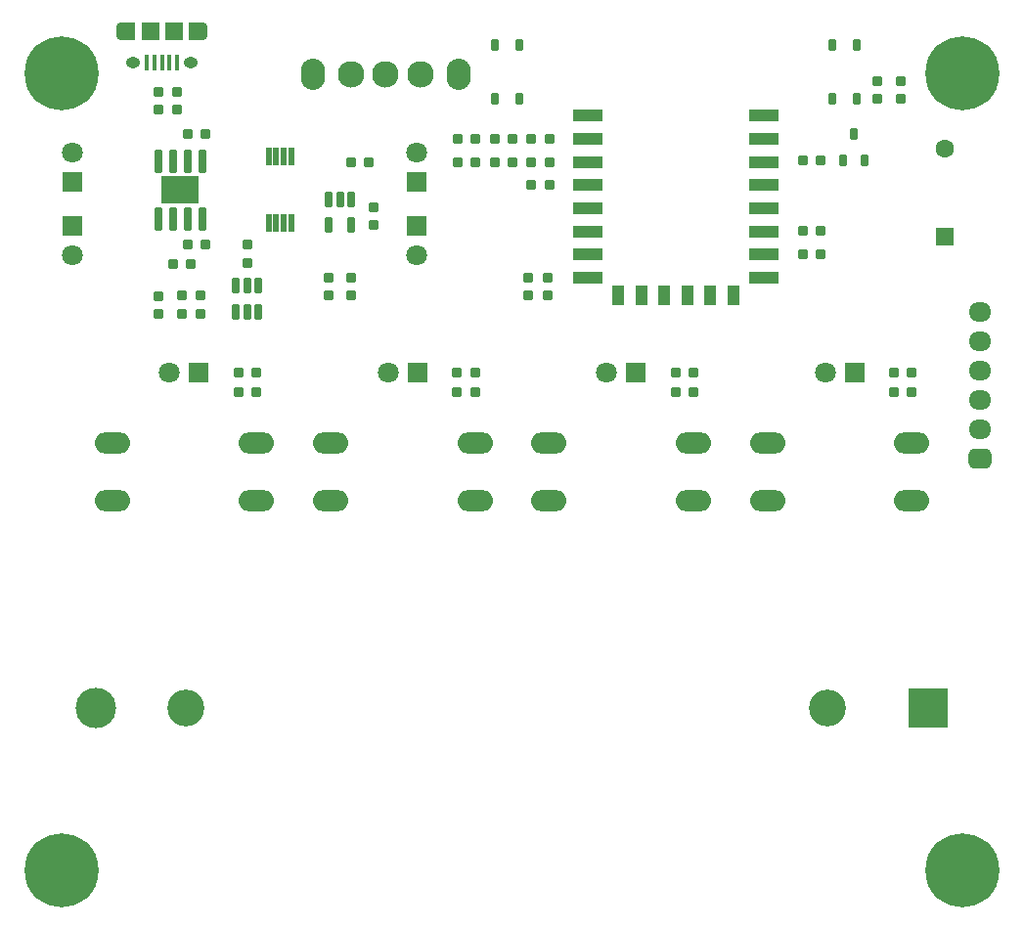
<source format=gts>
G04 #@! TF.GenerationSoftware,KiCad,Pcbnew,7.0.5*
G04 #@! TF.CreationDate,2023-09-08T12:24:19+07:00*
G04 #@! TF.ProjectId,Node_Vote,4e6f6465-5f56-46f7-9465-2e6b69636164,rev?*
G04 #@! TF.SameCoordinates,Original*
G04 #@! TF.FileFunction,Soldermask,Top*
G04 #@! TF.FilePolarity,Negative*
%FSLAX46Y46*%
G04 Gerber Fmt 4.6, Leading zero omitted, Abs format (unit mm)*
G04 Created by KiCad (PCBNEW 7.0.5) date 2023-09-08 12:24:19*
%MOMM*%
%LPD*%
G01*
G04 APERTURE LIST*
G04 Aperture macros list*
%AMRoundRect*
0 Rectangle with rounded corners*
0 $1 Rounding radius*
0 $2 $3 $4 $5 $6 $7 $8 $9 X,Y pos of 4 corners*
0 Add a 4 corners polygon primitive as box body*
4,1,4,$2,$3,$4,$5,$6,$7,$8,$9,$2,$3,0*
0 Add four circle primitives for the rounded corners*
1,1,$1+$1,$2,$3*
1,1,$1+$1,$4,$5*
1,1,$1+$1,$6,$7*
1,1,$1+$1,$8,$9*
0 Add four rect primitives between the rounded corners*
20,1,$1+$1,$2,$3,$4,$5,0*
20,1,$1+$1,$4,$5,$6,$7,0*
20,1,$1+$1,$6,$7,$8,$9,0*
20,1,$1+$1,$8,$9,$2,$3,0*%
G04 Aperture macros list end*
%ADD10RoundRect,0.127500X0.297500X0.322500X-0.297500X0.322500X-0.297500X-0.322500X0.297500X-0.322500X0*%
%ADD11RoundRect,0.127500X-0.297500X-0.322500X0.297500X-0.322500X0.297500X0.322500X-0.297500X0.322500X0*%
%ADD12RoundRect,0.162500X-0.162500X0.362500X-0.162500X-0.362500X0.162500X-0.362500X0.162500X0.362500X0*%
%ADD13RoundRect,0.090000X-0.210000X0.560000X-0.210000X-0.560000X0.210000X-0.560000X0.210000X0.560000X0*%
%ADD14RoundRect,0.127500X-0.322500X0.297500X-0.322500X-0.297500X0.322500X-0.297500X0.322500X0.297500X0*%
%ADD15RoundRect,0.425000X0.550000X0.425000X-0.550000X0.425000X-0.550000X-0.425000X0.550000X-0.425000X0*%
%ADD16O,1.950000X1.700000*%
%ADD17RoundRect,0.127500X0.322500X-0.297500X0.322500X0.297500X-0.322500X0.297500X-0.322500X-0.297500X0*%
%ADD18R,0.400000X1.350000*%
%ADD19O,0.890000X1.550000*%
%ADD20R,1.200000X1.550000*%
%ADD21O,1.250000X0.950000*%
%ADD22R,1.500000X1.550000*%
%ADD23C,0.800000*%
%ADD24C,6.400000*%
%ADD25C,3.200000*%
%ADD26R,3.500000X3.500000*%
%ADD27C,3.500000*%
%ADD28C,2.300000*%
%ADD29O,2.100000X2.700000*%
%ADD30R,2.500000X1.000000*%
%ADD31R,1.000000X1.800000*%
%ADD32RoundRect,0.042000X-0.258000X0.943000X-0.258000X-0.943000X0.258000X-0.943000X0.258000X0.943000X0*%
%ADD33R,3.302000X2.413000*%
%ADD34RoundRect,0.090000X0.210000X-0.410000X0.210000X0.410000X-0.210000X0.410000X-0.210000X-0.410000X0*%
%ADD35RoundRect,0.162500X0.162500X-0.362500X0.162500X0.362500X-0.162500X0.362500X-0.162500X-0.362500X0*%
%ADD36RoundRect,0.020000X-0.180000X0.760000X-0.180000X-0.760000X0.180000X-0.760000X0.180000X0.760000X0*%
%ADD37R,1.600000X1.600000*%
%ADD38C,1.600000*%
%ADD39R,1.800000X1.800000*%
%ADD40C,1.800000*%
%ADD41O,3.048000X1.850000*%
G04 APERTURE END LIST*
D10*
X70727885Y-18755037D03*
X69177885Y-18755037D03*
D11*
X45694000Y-10767537D03*
X47244000Y-10767537D03*
D12*
X73898000Y-2642537D03*
X73898000Y-7292537D03*
X71748000Y-2642537D03*
X71748000Y-7292537D03*
D13*
X22019000Y-23501745D03*
X21069000Y-23501745D03*
X20119000Y-23501745D03*
X20119000Y-25776745D03*
X21069000Y-25776745D03*
X22019000Y-25776745D03*
D10*
X78631167Y-31000000D03*
X77081167Y-31000000D03*
X78631167Y-32700000D03*
X77081167Y-32700000D03*
D14*
X15020000Y-6675000D03*
X15020000Y-8225000D03*
D10*
X16184000Y-21600000D03*
X14634000Y-21600000D03*
D14*
X32019000Y-16700000D03*
X32019000Y-18250000D03*
D11*
X69183000Y-12655037D03*
X70733000Y-12655037D03*
D15*
X84500000Y-38455037D03*
D16*
X84500000Y-35915037D03*
X84500000Y-33375037D03*
X84500000Y-30835037D03*
X84500000Y-28295037D03*
X84500000Y-25755037D03*
D14*
X47069000Y-22767537D03*
X47069000Y-24317537D03*
D17*
X21069000Y-21475000D03*
X21069000Y-19925000D03*
D10*
X17454000Y-19900000D03*
X15904000Y-19900000D03*
X17005000Y-25948963D03*
X15455000Y-25948963D03*
D14*
X45369000Y-22767537D03*
X45369000Y-24317537D03*
D13*
X30069000Y-15975000D03*
X29119000Y-15975000D03*
X28169000Y-15975000D03*
X28169000Y-18250000D03*
X30069000Y-18250000D03*
D14*
X28169000Y-22767537D03*
X28169000Y-24317537D03*
D18*
X15019000Y-4150000D03*
X14369000Y-4150000D03*
X13719000Y-4150000D03*
X13069000Y-4150000D03*
X12419000Y-4150000D03*
D19*
X17219000Y-1450000D03*
D20*
X16619000Y-1450000D03*
D21*
X16219000Y-4150000D03*
D22*
X14719000Y-1450000D03*
X12719000Y-1450000D03*
D21*
X11219000Y-4150000D03*
D20*
X10819000Y-1450000D03*
D19*
X10219000Y-1450000D03*
D23*
X2600000Y-74055037D03*
X3302944Y-72357981D03*
X3302944Y-75752093D03*
X5000000Y-71655037D03*
D24*
X5000000Y-74055037D03*
D23*
X5000000Y-76455037D03*
X6697056Y-72357981D03*
X6697056Y-75752093D03*
X7400000Y-74055037D03*
D10*
X40844000Y-12767537D03*
X39294000Y-12767537D03*
D11*
X45694000Y-12767537D03*
X47244000Y-12767537D03*
D23*
X80600000Y-5055037D03*
X81302944Y-3357981D03*
X81302944Y-6752093D03*
X83000000Y-2655037D03*
D24*
X83000000Y-5055037D03*
D23*
X83000000Y-7455037D03*
X84697056Y-3357981D03*
X84697056Y-6752093D03*
X85400000Y-5055037D03*
D10*
X59717055Y-32700000D03*
X58167055Y-32700000D03*
D14*
X30069000Y-22767537D03*
X30069000Y-24317537D03*
D23*
X2600000Y-5055037D03*
X3302944Y-3357981D03*
X3302944Y-6752093D03*
X5000000Y-2655037D03*
D24*
X5000000Y-5055037D03*
D23*
X5000000Y-7455037D03*
X6697056Y-3357981D03*
X6697056Y-6752093D03*
X7400000Y-5055037D03*
D25*
X71355000Y-60000000D03*
X15745000Y-60000000D03*
D26*
X80000000Y-60000000D03*
D27*
X8000000Y-60000000D03*
D28*
X30069000Y-5200000D03*
X33069000Y-5200000D03*
X36069000Y-5200000D03*
D29*
X26769000Y-5200000D03*
X39369000Y-5200000D03*
D23*
X80600000Y-74055037D03*
X81302944Y-72357981D03*
X81302944Y-75752093D03*
X83000000Y-71655037D03*
D24*
X83000000Y-74055037D03*
D23*
X83000000Y-76455037D03*
X84697056Y-72357981D03*
X84697056Y-75752093D03*
X85400000Y-74055037D03*
D17*
X77685000Y-7275000D03*
X77685000Y-5725000D03*
D30*
X50593000Y-8767537D03*
X50593000Y-10767537D03*
X50593000Y-12767537D03*
X50593000Y-14767537D03*
X50593000Y-16767537D03*
X50593000Y-18767537D03*
X50593000Y-20767537D03*
X50593000Y-22767537D03*
D31*
X53193000Y-24267537D03*
X55193000Y-24267537D03*
X57193000Y-24267537D03*
X59193000Y-24267537D03*
X61193000Y-24267537D03*
X63193000Y-24267537D03*
D30*
X65793000Y-22767537D03*
X65793000Y-20767537D03*
X65793000Y-18767537D03*
X65793000Y-16767537D03*
X65793000Y-14767537D03*
X65793000Y-12767537D03*
X65793000Y-10767537D03*
X65793000Y-8767537D03*
D14*
X13364000Y-24398963D03*
X13364000Y-25948963D03*
D10*
X40802944Y-32700000D03*
X39252944Y-32700000D03*
X44049232Y-12767537D03*
X42499232Y-12767537D03*
D32*
X17174000Y-12725000D03*
X15904000Y-12725000D03*
X14634000Y-12725000D03*
X13364000Y-12725000D03*
X13364000Y-17675000D03*
X14634000Y-17675000D03*
X15904000Y-17675000D03*
X17174000Y-17675000D03*
D33*
X15269000Y-15200000D03*
D34*
X72658000Y-12592537D03*
X74558000Y-12592537D03*
X73608000Y-10317537D03*
D14*
X75669000Y-5725000D03*
X75669000Y-7275000D03*
D10*
X17459000Y-10325000D03*
X15909000Y-10325000D03*
D11*
X42499232Y-10767537D03*
X44049232Y-10767537D03*
X15455000Y-24274963D03*
X17005000Y-24274963D03*
D10*
X21888833Y-32700000D03*
X20338833Y-32700000D03*
X59717055Y-31000000D03*
X58167055Y-31000000D03*
D11*
X30069000Y-12767537D03*
X31619000Y-12767537D03*
D10*
X40802944Y-31000000D03*
X39252944Y-31000000D03*
D35*
X42499232Y-7267537D03*
X42499232Y-2617537D03*
X44649232Y-7267537D03*
X44649232Y-2617537D03*
D10*
X47244000Y-14767537D03*
X45694000Y-14767537D03*
X21888833Y-31000000D03*
X20338833Y-31000000D03*
D36*
X24894000Y-12320000D03*
X24244000Y-12320000D03*
X23594000Y-12320000D03*
X22944000Y-12320000D03*
X22944000Y-18080000D03*
X23594000Y-18080000D03*
X24244000Y-18080000D03*
X24894000Y-18080000D03*
D37*
X81500000Y-19200000D03*
D38*
X81500000Y-11600000D03*
D11*
X69162885Y-20787037D03*
X70712885Y-20787037D03*
D14*
X13369000Y-6675000D03*
X13369000Y-8225000D03*
D11*
X39294000Y-10750000D03*
X40844000Y-10750000D03*
D39*
X5969000Y-14525000D03*
D40*
X5969000Y-11985000D03*
D39*
X73646167Y-31000000D03*
D40*
X71106167Y-31000000D03*
D41*
X47217055Y-42055037D03*
X59717055Y-42055037D03*
X47217055Y-37055037D03*
X59717055Y-37055037D03*
D39*
X5969000Y-18325000D03*
D40*
X5969000Y-20865000D03*
D39*
X54732055Y-31000000D03*
D40*
X52192055Y-31000000D03*
D41*
X9388833Y-42055037D03*
X21888833Y-42055037D03*
X9388833Y-37055037D03*
X21888833Y-37055037D03*
D39*
X35817944Y-31000000D03*
D40*
X33277944Y-31000000D03*
D39*
X35769000Y-14525000D03*
D40*
X35769000Y-11985000D03*
D41*
X28302944Y-42055037D03*
X40802944Y-42055037D03*
X28302944Y-37055037D03*
X40802944Y-37055037D03*
D39*
X35769000Y-18325000D03*
D40*
X35769000Y-20865000D03*
D41*
X66131167Y-42055037D03*
X78631167Y-42055037D03*
X66131167Y-37055037D03*
X78631167Y-37055037D03*
D39*
X16903833Y-31000000D03*
D40*
X14363833Y-31000000D03*
M02*

</source>
